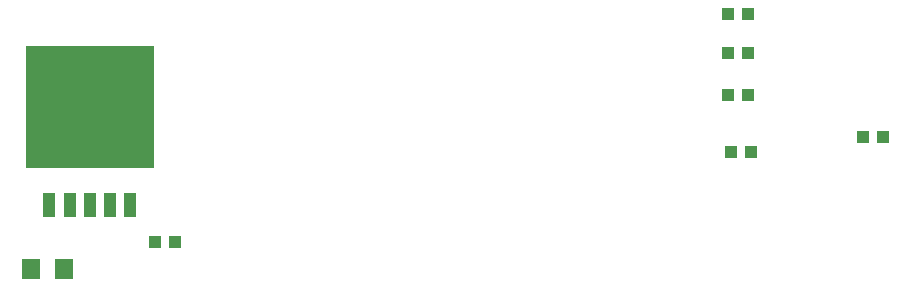
<source format=gbr>
G04 EAGLE Gerber RS-274X export*
G75*
%MOMM*%
%FSLAX34Y34*%
%LPD*%
%INSolderpaste Bottom*%
%IPPOS*%
%AMOC8*
5,1,8,0,0,1.08239X$1,22.5*%
G01*
%ADD10R,10.800000X10.410000*%
%ADD11R,1.066800X2.159000*%
%ADD12R,1.600000X1.800000*%
%ADD13R,1.100000X1.000000*%
%ADD14R,1.000000X1.100000*%


D10*
X139700Y317500D03*
D11*
X173736Y234188D03*
X156718Y234188D03*
X139700Y234188D03*
X122682Y234188D03*
X105664Y234188D03*
D12*
X118140Y180340D03*
X90140Y180340D03*
D13*
X811140Y292100D03*
X794140Y292100D03*
X696840Y327660D03*
X679840Y327660D03*
X194700Y203200D03*
X211700Y203200D03*
D14*
X699380Y279400D03*
X682380Y279400D03*
D13*
X696840Y363220D03*
X679840Y363220D03*
D14*
X696840Y396240D03*
X679840Y396240D03*
M02*

</source>
